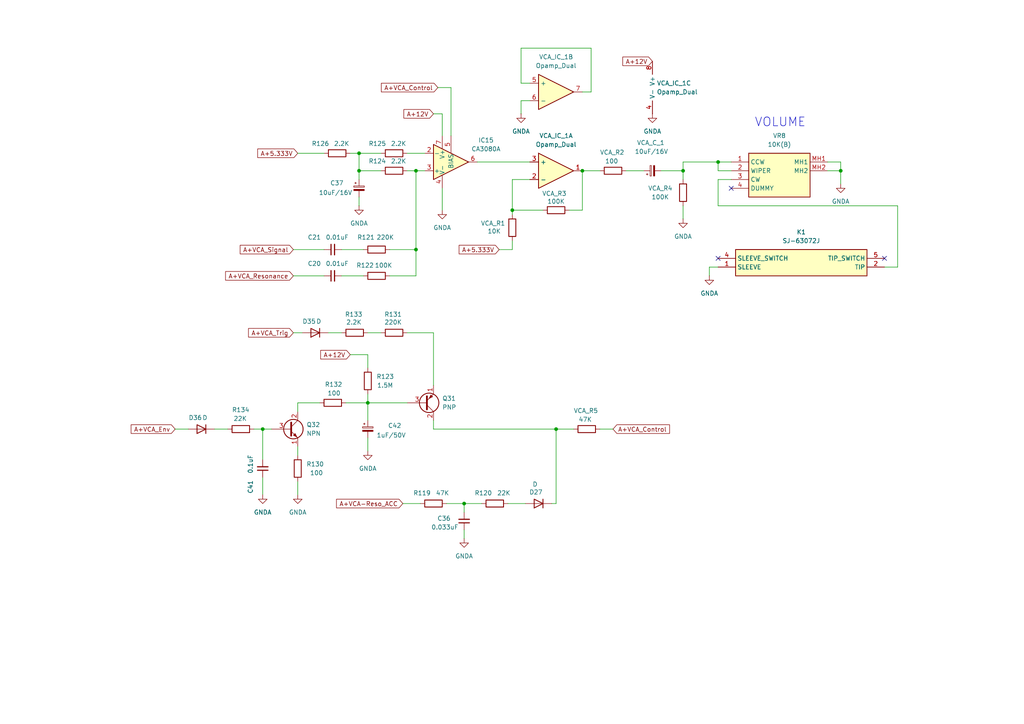
<source format=kicad_sch>
(kicad_sch (version 20231120) (generator "eeschema") (generator_version "8.0")
  (paper "A4")
  (lib_symbols
    (symbol "Amplifier_Operational:CA3080A" (pin_names (offset 0.127))
      (property "Reference" "U" (at 1.27 3.81 0))
      (property "Value" "CA3080A" (at 1.27 -3.81 0))
      (symbol "CA3080A_0_1"
        (polyline (pts (xy 5.08 0) (xy -5.08 -5.08) (xy -5.08 5.08) (xy 5.08 0)) (stroke (width 0.254)) (fill (type background)))
      )
      (symbol "CA3080A_1_1"
        (pin no_connect line (at -2.54 2.54 270) (length 2.54) hide (name "NC") (number "1"))
        (pin input line (at -7.62 2.54 0) (length 2.54) (name "-") (number "2"))
        (pin input line (at -7.62 -2.54 0) (length 2.54) (name "+") (number "3"))
        (pin power_in line (at -2.54 -7.62 90) (length 3.81) (name "V-") (number "4"))
        (pin passive line (at 0 7.62 270) (length 5.08) (name "BIAS") (number "5"))
        (pin output line (at 7.62 0 180) (length 2.54) (name "~") (number "6"))
        (pin power_in line (at -2.54 7.62 270) (length 3.81) (name "V+") (number "7"))
        (pin no_connect line (at 0 2.54 270) (length 2.54) hide (name "NC") (number "8"))
      )
    )
    (symbol "Device:C_Polarized_Small" (pin_numbers hide) (pin_names (offset 0.254) hide)
      (property "Reference" "C" (at 0.254 1.778 0))
      (property "Value" "C_Polarized_Small" (at 0.254 -2.032 0))
      (symbol "C_Polarized_Small_0_1"
        (rectangle (start -1.524 -0.3048) (end 1.524 -0.6858) (fill (type outline)))
        (rectangle (start -1.524 0.6858) (end 1.524 0.3048))
        (polyline (pts (xy -1.27 1.524) (xy -0.762 1.524)))
        (polyline (pts (xy -1.016 1.27) (xy -1.016 1.778)))
      )
      (symbol "C_Polarized_Small_1_1"
        (pin passive line (at 0 2.54 270) (length 1.8542) (name "~") (number "1"))
        (pin passive line (at 0 -2.54 90) (length 1.8542) (name "~") (number "2"))
      )
    )
    (symbol "Device:C_Small" (pin_numbers hide) (pin_names (offset 0.254) hide)
      (property "Reference" "C" (at 0.254 1.778 0))
      (property "Value" "C_Small" (at 0.254 -2.032 0))
      (symbol "C_Small_0_1"
        (polyline (pts (xy -1.524 -0.508) (xy 1.524 -0.508)) (stroke (width 0.3302)))
        (polyline (pts (xy -1.524 0.508) (xy 1.524 0.508)) (stroke (width 0.3048)))
      )
      (symbol "C_Small_1_1"
        (pin passive line (at 0 2.54 270) (length 2.032) (name "~") (number "1"))
        (pin passive line (at 0 -2.54 90) (length 2.032) (name "~") (number "2"))
      )
    )
    (symbol "Device:D" (pin_numbers hide) (pin_names (offset 1.016) hide)
      (property "Reference" "D" (at 0 2.54 0))
      (property "Value" "D" (at 0 -2.54 0))
      (symbol "D_0_1"
        (polyline (pts (xy -1.27 1.27) (xy -1.27 -1.27)) (stroke (width 0.254)))
        (polyline (pts (xy 1.27 0) (xy -1.27 0)))
        (polyline (pts (xy 1.27 1.27) (xy 1.27 -1.27) (xy -1.27 0) (xy 1.27 1.27)) (stroke (width 0.254)))
      )
      (symbol "D_1_1"
        (pin passive line (at -3.81 0 0) (length 2.54) (name "K") (number "1"))
        (pin passive line (at 3.81 0 180) (length 2.54) (name "A") (number "2"))
      )
    )
    (symbol "Device:Opamp_Dual"
      (property "Reference" "U" (at 0 5.08 0))
      (property "Value" "Opamp_Dual" (at 0 -5.08 0))
      (symbol "Opamp_Dual_1_1"
        (polyline (pts (xy -5.08 5.08) (xy 5.08 0) (xy -5.08 -5.08) (xy -5.08 5.08)) (stroke (width 0.254)) (fill (type background)))
        (pin output line (at 7.62 0 180) (length 2.54) (name "~") (number "1"))
        (pin input line (at -7.62 -2.54 0) (length 2.54) (name "-") (number "2"))
        (pin input line (at -7.62 2.54 0) (length 2.54) (name "+") (number "3"))
      )
      (symbol "Opamp_Dual_2_1"
        (polyline (pts (xy -5.08 5.08) (xy 5.08 0) (xy -5.08 -5.08) (xy -5.08 5.08)) (stroke (width 0.254)) (fill (type background)))
        (pin input line (at -7.62 2.54 0) (length 2.54) (name "+") (number "5"))
        (pin input line (at -7.62 -2.54 0) (length 2.54) (name "-") (number "6"))
        (pin output line (at 7.62 0 180) (length 2.54) (name "~") (number "7"))
      )
      (symbol "Opamp_Dual_3_1"
        (pin power_in line (at -2.54 -7.62 90) (length 3.81) (name "V-") (number "4"))
        (pin power_in line (at -2.54 7.62 270) (length 3.81) (name "V+") (number "8"))
      )
    )
    (symbol "Device:Q_NPN_ECB" (pin_names (offset 0) hide)
      (property "Reference" "Q" (at 5.08 1.27 0))
      (property "Value" "Q_NPN_ECB" (at 5.08 -1.27 0))
      (symbol "Q_NPN_ECB_0_1"
        (polyline (pts (xy 0.635 0.635) (xy 2.54 2.54)))
        (polyline (pts (xy 0.635 -0.635) (xy 2.54 -2.54) (xy 2.54 -2.54)))
        (polyline (pts (xy 0.635 1.905) (xy 0.635 -1.905) (xy 0.635 -1.905)) (stroke (width 0.508)))
        (polyline (pts (xy 1.27 -1.778) (xy 1.778 -1.27) (xy 2.286 -2.286) (xy 1.27 -1.778) (xy 1.27 -1.778)) (fill (type outline)))
        (circle (center 1.27 0) (radius 2.8194) (stroke (width 0.254)))
      )
      (symbol "Q_NPN_ECB_1_1"
        (pin passive line (at 2.54 -5.08 90) (length 2.54) (name "E") (number "1"))
        (pin passive line (at 2.54 5.08 270) (length 2.54) (name "C") (number "2"))
        (pin passive line (at -5.08 0 0) (length 5.715) (name "B") (number "3"))
      )
    )
    (symbol "Device:Q_PNP_ECB" (pin_names (offset 0) hide)
      (property "Reference" "Q" (at 5.08 1.27 0))
      (property "Value" "Q_PNP_ECB" (at 5.08 -1.27 0))
      (symbol "Q_PNP_ECB_0_1"
        (polyline (pts (xy 0.635 0.635) (xy 2.54 2.54)))
        (polyline (pts (xy 0.635 -0.635) (xy 2.54 -2.54) (xy 2.54 -2.54)))
        (polyline (pts (xy 0.635 1.905) (xy 0.635 -1.905) (xy 0.635 -1.905)) (stroke (width 0.508)))
        (polyline (pts (xy 2.286 -1.778) (xy 1.778 -2.286) (xy 1.27 -1.27) (xy 2.286 -1.778) (xy 2.286 -1.778)) (fill (type outline)))
        (circle (center 1.27 0) (radius 2.8194) (stroke (width 0.254)))
      )
      (symbol "Q_PNP_ECB_1_1"
        (pin passive line (at 2.54 -5.08 90) (length 2.54) (name "E") (number "1"))
        (pin passive line (at 2.54 5.08 270) (length 2.54) (name "C") (number "2"))
        (pin input line (at -5.08 0 0) (length 5.715) (name "B") (number "3"))
      )
    )
    (symbol "Device:R" (pin_numbers hide) (pin_names (offset 0))
      (property "Reference" "R" (at 2.032 0 90))
      (property "Value" "R" (at 0 0 90))
      (symbol "R_0_1"
        (rectangle (start -1.016 -2.54) (end 1.016 2.54) (stroke (width 0.254)))
      )
      (symbol "R_1_1"
        (pin passive line (at 0 3.81 270) (length 1.27) (name "~") (number "1"))
        (pin passive line (at 0 -3.81 90) (length 1.27) (name "~") (number "2"))
      )
    )
    (symbol "SamacSys_Parts:PTV111-3420A-A103"
      (property "Reference" "VR" (at 24.13 7.62 0))
      (property "Value" "PTV111-3420A-A103" (at 24.13 5.08 0))
      (symbol "PTV111-3420A-A103_1_1"
        (rectangle (start 5.08 2.54) (end 22.86 -10.16) (stroke (width 0.254)) (fill (type background)))
        (pin passive line (at 0 0 0) (length 5.08) (name "CCW") (number "1"))
        (pin passive line (at 0 -2.54 0) (length 5.08) (name "WIPER") (number "2"))
        (pin passive line (at 0 -5.08 0) (length 5.08) (name "CW") (number "3"))
        (pin passive line (at 0 -7.62 0) (length 5.08) (name "DUMMY") (number "4"))
        (pin passive line (at 27.94 0 180) (length 5.08) (name "MH1") (number "MH1"))
        (pin passive line (at 27.94 -2.54 180) (length 5.08) (name "MH2") (number "MH2"))
      )
    )
    (symbol "SamacSys_Parts:SJ-63072J"
      (property "Reference" "K" (at 44.45 7.62 0))
      (property "Value" "SJ-63072J" (at 44.45 5.08 0))
      (symbol "SJ-63072J_1_1"
        (rectangle (start 5.08 2.54) (end 43.18 -5.08) (stroke (width 0.254)) (fill (type background)))
        (pin passive line (at 0 -2.54 0) (length 5.08) (name "SLEEVE") (number "1"))
        (pin passive line (at 48.26 -2.54 180) (length 5.08) (name "TIP") (number "2"))
        (pin passive line (at 0 0 0) (length 5.08) (name "SLEEVE_SWITCH") (number "4"))
        (pin passive line (at 48.26 0 180) (length 5.08) (name "TIP_SWITCH") (number "5"))
      )
    )
    (symbol "power:GNDA" (power) (pin_numbers hide) (pin_names (offset 0) hide)
      (property "Value" "GNDA" (at 0 -3.81 0))
      (symbol "GNDA_0_1"
        (polyline (pts (xy 0 0) (xy 0 -1.27) (xy 1.27 -1.27) (xy 0 -2.54) (xy -1.27 -1.27) (xy 0 -1.27)))
      )
      (symbol "GNDA_1_1"
        (pin power_in line (at 0 0 270) (length 0) (name "~") (number "1"))
      )
    )
  )
  (junction (at 104.14 49.53))
  (junction (at 198.12 49.53))
  (junction (at 161.29 124.46))
  (junction (at 120.65 72.39))
  (junction (at 106.68 116.84))
  (junction (at 104.14 44.45))
  (junction (at 168.91 49.53))
  (junction (at 243.84 49.53))
  (junction (at 148.59 60.96))
  (junction (at 208.28 46.99))
  (junction (at 76.2 124.46))
  (junction (at 120.65 49.53))
  (junction (at 134.62 146.05))
  (no_connect (at 208.28 74.93))
  (no_connect (at 256.54 74.93))
  (no_connect (at 212.09 54.61))
  (wire (pts (xy 99.06 80.01) (xy 105.41 80.01)))
  (wire (pts (xy 106.68 96.52) (xy 110.49 96.52)))
  (wire (pts (xy 168.91 49.53) (xy 168.91 60.96)))
  (wire (pts (xy 106.68 102.87) (xy 106.68 106.68)))
  (wire (pts (xy 106.68 116.84) (xy 106.68 114.3)))
  (wire (pts (xy 118.11 116.84) (xy 106.68 116.84)))
  (wire (pts (xy 86.36 139.7) (xy 86.36 143.51)))
  (wire (pts (xy 161.29 124.46) (xy 161.29 146.05)))
  (wire (pts (xy 208.28 49.53) (xy 208.28 46.99)))
  (wire (pts (xy 144.78 72.39) (xy 148.59 72.39)))
  (wire (pts (xy 151.13 24.13) (xy 151.13 13.97)))
  (wire (pts (xy 104.14 44.45) (xy 110.49 44.45)))
  (wire (pts (xy 128.27 54.61) (xy 128.27 60.96)))
  (wire (pts (xy 76.2 124.46) (xy 78.74 124.46)))
  (wire (pts (xy 120.65 80.01) (xy 120.65 72.39)))
  (wire (pts (xy 86.36 129.54) (xy 86.36 132.08)))
  (wire (pts (xy 134.62 146.05) (xy 134.62 148.59)))
  (wire (pts (xy 153.67 29.21) (xy 151.13 29.21)))
  (wire (pts (xy 198.12 46.99) (xy 198.12 49.53)))
  (wire (pts (xy 85.09 80.01) (xy 93.98 80.01)))
  (wire (pts (xy 191.77 49.53) (xy 198.12 49.53)))
  (wire (pts (xy 101.6 102.87) (xy 106.68 102.87)))
  (wire (pts (xy 120.65 49.53) (xy 123.19 49.53)))
  (wire (pts (xy 208.28 77.47) (xy 205.74 77.47)))
  (wire (pts (xy 168.91 60.96) (xy 165.1 60.96)))
  (wire (pts (xy 151.13 13.97) (xy 171.45 13.97)))
  (wire (pts (xy 104.14 57.15) (xy 104.14 59.69)))
  (wire (pts (xy 128.27 33.02) (xy 128.27 39.37)))
  (wire (pts (xy 240.03 49.53) (xy 243.84 49.53)))
  (wire (pts (xy 198.12 49.53) (xy 198.12 52.07)))
  (wire (pts (xy 256.54 77.47) (xy 260.35 77.47)))
  (wire (pts (xy 260.35 77.47) (xy 260.35 59.69)))
  (wire (pts (xy 101.6 44.45) (xy 104.14 44.45)))
  (wire (pts (xy 173.99 124.46) (xy 177.8 124.46)))
  (wire (pts (xy 134.62 146.05) (xy 139.7 146.05)))
  (wire (pts (xy 212.09 46.99) (xy 208.28 46.99)))
  (wire (pts (xy 106.68 127) (xy 106.68 130.81)))
  (wire (pts (xy 125.73 121.92) (xy 125.73 124.46)))
  (wire (pts (xy 95.25 96.52) (xy 99.06 96.52)))
  (wire (pts (xy 208.28 46.99) (xy 198.12 46.99)))
  (wire (pts (xy 243.84 49.53) (xy 243.84 53.34)))
  (wire (pts (xy 125.73 124.46) (xy 161.29 124.46)))
  (wire (pts (xy 100.33 116.84) (xy 106.68 116.84)))
  (wire (pts (xy 157.48 60.96) (xy 148.59 60.96)))
  (wire (pts (xy 171.45 13.97) (xy 171.45 26.67)))
  (wire (pts (xy 92.71 116.84) (xy 86.36 116.84)))
  (wire (pts (xy 50.8 124.46) (xy 54.61 124.46)))
  (wire (pts (xy 240.03 46.99) (xy 243.84 46.99)))
  (wire (pts (xy 129.54 146.05) (xy 134.62 146.05)))
  (wire (pts (xy 125.73 33.02) (xy 128.27 33.02)))
  (wire (pts (xy 171.45 26.67) (xy 168.91 26.67)))
  (wire (pts (xy 208.28 52.07) (xy 212.09 52.07)))
  (wire (pts (xy 212.09 49.53) (xy 208.28 49.53)))
  (wire (pts (xy 76.2 138.43) (xy 76.2 143.51)))
  (wire (pts (xy 148.59 52.07) (xy 153.67 52.07)))
  (wire (pts (xy 116.84 146.05) (xy 121.92 146.05)))
  (wire (pts (xy 85.09 72.39) (xy 93.98 72.39)))
  (wire (pts (xy 205.74 77.47) (xy 205.74 80.01)))
  (wire (pts (xy 85.09 96.52) (xy 87.63 96.52)))
  (wire (pts (xy 243.84 46.99) (xy 243.84 49.53)))
  (wire (pts (xy 118.11 49.53) (xy 120.65 49.53)))
  (wire (pts (xy 118.11 96.52) (xy 125.73 96.52)))
  (wire (pts (xy 104.14 49.53) (xy 104.14 44.45)))
  (wire (pts (xy 134.62 153.67) (xy 134.62 156.21)))
  (wire (pts (xy 113.03 80.01) (xy 120.65 80.01)))
  (wire (pts (xy 147.32 146.05) (xy 152.4 146.05)))
  (wire (pts (xy 104.14 49.53) (xy 104.14 52.07)))
  (wire (pts (xy 110.49 49.53) (xy 104.14 49.53)))
  (wire (pts (xy 260.35 59.69) (xy 208.28 59.69)))
  (wire (pts (xy 153.67 24.13) (xy 151.13 24.13)))
  (wire (pts (xy 138.43 46.99) (xy 153.67 46.99)))
  (wire (pts (xy 181.61 49.53) (xy 186.69 49.53)))
  (wire (pts (xy 113.03 72.39) (xy 120.65 72.39)))
  (wire (pts (xy 73.66 124.46) (xy 76.2 124.46)))
  (wire (pts (xy 160.02 146.05) (xy 161.29 146.05)))
  (wire (pts (xy 76.2 133.35) (xy 76.2 124.46)))
  (wire (pts (xy 106.68 116.84) (xy 106.68 121.92)))
  (wire (pts (xy 148.59 60.96) (xy 148.59 52.07)))
  (wire (pts (xy 168.91 49.53) (xy 173.99 49.53)))
  (wire (pts (xy 86.36 116.84) (xy 86.36 119.38)))
  (wire (pts (xy 130.81 25.4) (xy 130.81 39.37)))
  (wire (pts (xy 120.65 72.39) (xy 120.65 49.53)))
  (wire (pts (xy 127 25.4) (xy 130.81 25.4)))
  (wire (pts (xy 208.28 59.69) (xy 208.28 52.07)))
  (wire (pts (xy 198.12 59.69) (xy 198.12 63.5)))
  (wire (pts (xy 99.06 72.39) (xy 105.41 72.39)))
  (wire (pts (xy 148.59 60.96) (xy 148.59 62.23)))
  (wire (pts (xy 151.13 29.21) (xy 151.13 33.02)))
  (wire (pts (xy 125.73 96.52) (xy 125.73 111.76)))
  (wire (pts (xy 118.11 44.45) (xy 123.19 44.45)))
  (wire (pts (xy 161.29 124.46) (xy 166.37 124.46)))
  (wire (pts (xy 148.59 72.39) (xy 148.59 69.85)))
  (wire (pts (xy 62.23 124.46) (xy 66.04 124.46)))
  (wire (pts (xy 86.36 44.45) (xy 93.98 44.45)))
  (text "VOLUME" (at 226.314 35.56 0) (effects (font (size 2.54 2.54))))
  (global_label "A+VCA_Control" (shape input) (at 127 25.4 180) (property "Intersheetrefs" "${INTERSHEET_REFS}" (effects (hide yes))))
  (global_label "A+5.333V" (shape input) (at 86.36 44.45 180) (property "Intersheetrefs" "${INTERSHEET_REFS}" (effects (hide yes))))
  (global_label "A+VCA_Signal" (shape input) (at 85.09 72.39 180) (property "Intersheetrefs" "${INTERSHEET_REFS}" (effects (hide yes))))
  (global_label "A+VCA-Reso_ACC" (shape input) (at 116.84 146.05 180) (property "Intersheetrefs" "${INTERSHEET_REFS}" (effects (hide yes))))
  (global_label "A+VCA_Env" (shape input) (at 50.8 124.46 180) (property "Intersheetrefs" "${INTERSHEET_REFS}" (effects (hide yes))))
  (global_label "A+VCA_Resonance" (shape input) (at 85.09 80.01 180) (property "Intersheetrefs" "${INTERSHEET_REFS}" (effects (hide yes))))
  (global_label "A+12V" (shape input) (at 101.6 102.87 180) (property "Intersheetrefs" "${INTERSHEET_REFS}" (effects (hide yes))))
  (global_label "A+12V" (shape input) (at 189.23 17.78 180) (property "Intersheetrefs" "${INTERSHEET_REFS}" (effects (hide yes))))
  (global_label "A+12V" (shape input) (at 125.73 33.02 180) (property "Intersheetrefs" "${INTERSHEET_REFS}" (effects (hide yes))))
  (global_label "A+VCA_Control" (shape input) (at 177.8 124.46 0) (property "Intersheetrefs" "${INTERSHEET_REFS}" (effects (hide yes))))
  (global_label "A+5.333V" (shape input) (at 144.78 72.39 180) (property "Intersheetrefs" "${INTERSHEET_REFS}" (effects (hide yes))))
  (global_label "A+VCA_Trig" (shape input) (at 85.09 96.52 180) (property "Intersheetrefs" "${INTERSHEET_REFS}" (effects (hide yes))))
  (symbol (lib_id "power:GNDA") (at 106.68 130.81 0) (unit 1)
    (property "Reference" "#PWR045" (effects (hide yes)))
    (property "Value" "GNDA" (at 106.68 135.89 0))
    (property "Description" "Power symbol creates a global label with name \"GNDA\" , analog ground" (effects (hide yes)))
  )
  (symbol (lib_id "Device:R") (at 109.22 72.39 270) (unit 1)
    (property "Reference" "R121" (at 108.712 68.834 90) (effects (justify right)))
    (property "Value" "220K" (at 114.3 68.834 90) (effects (justify right)))
    (property "Footprint" "Resistor_THT:R_Axial_DIN0207_L6.3mm_D2.5mm_P2.54mm_Vertical" (effects (hide yes)))
    (property "Description" "Resistor" (effects (hide yes)))
  )
  (symbol (lib_id "power:GNDA") (at 76.2 143.51 0) (unit 1)
    (property "Reference" "#PWR047" (effects (hide yes)))
    (property "Value" "GNDA" (at 76.2 148.59 0))
    (property "Description" "Power symbol creates a global label with name \"GNDA\" , analog ground" (effects (hide yes)))
  )
  (symbol (lib_id "Amplifier_Operational:CA3080A") (at 130.81 46.99 0) (unit 1)
    (property "Reference" "IC15" (at 140.97 40.6714 0))
    (property "Value" "CA3080A" (at 140.97 43.2114 0))
    (property "Footprint" "Package_DIP:DIP-8_W7.62mm" (effects (hide yes)))
    (property "Datasheet" "http://www.intersil.com/content/dam/Intersil/documents/ca30/ca3080-a.pdf" (effects (hide yes)))
    (property "Description" "2MHz, Operational Transconductance Amplifier (OTA), gM spread 1.6:1, DIP-8/SOIC-8" (effects (hide yes)))
  )
  (symbol (lib_id "Device:C_Polarized_Small") (at 106.68 124.46 0) (unit 1)
    (property "Reference" "C42" (at 112.522 123.444 0) (effects (justify left)))
    (property "Value" "1uF/50V" (at 109.22 126.238 0) (effects (justify left)))
    (property "Footprint" "Capacitor_THT:CP_Radial_D5.0mm_P2.00mm" (effects (hide yes)))
    (property "Description" "Polarized capacitor, small symbol" (effects (hide yes)))
  )
  (symbol (lib_id "Device:R") (at 109.22 80.01 270) (unit 1)
    (property "Reference" "R122" (at 108.458 76.962 90) (effects (justify right)))
    (property "Value" "100K" (at 113.792 76.962 90) (effects (justify right)))
    (property "Footprint" "Resistor_THT:R_Axial_DIN0207_L6.3mm_D2.5mm_P2.54mm_Vertical" (effects (hide yes)))
    (property "Description" "Resistor" (effects (hide yes)))
  )
  (symbol (lib_id "Device:R") (at 114.3 96.52 270) (unit 1)
    (property "Reference" "R131" (at 116.586 91.186 90) (effects (justify right)))
    (property "Value" "220K" (at 116.586 93.472 90) (effects (justify right)))
    (property "Footprint" "Resistor_THT:R_Axial_DIN0207_L6.3mm_D2.5mm_P2.54mm_Vertical" (effects (hide yes)))
    (property "Description" "Resistor" (effects (hide yes)))
  )
  (symbol (lib_id "SamacSys_Parts:PTV111-3420A-A103") (at 212.09 46.99 0) (unit 1)
    (property "Reference" "VR8" (at 226.06 39.37 0))
    (property "Value" "10K(B)" (at 226.06 41.91 0))
    (property "Footprint" "SamacSys_Parts:PTV1113420AA103" (effects (hide yes)))
    (property "Datasheet" "https://www.bourns.com/docs/Product-Datasheets/PTVPTT.pdf" (effects (hide yes)))
    (property "Description" "Potentiometers PANEL CONTROL" (effects (hide yes)))
    (property "Height" "27.5" (effects (hide yes)))
    (property "Manufacturer_Name" "Bourns" (effects (hide yes)))
    (property "Manufacturer_Part_Number" "PTV111-3420A-A103" (effects (hide yes)))
    (property "Mouser Part Number" "652-PTV1113420AA103" (effects (hide yes)))
    (property "Mouser Price/Stock" "https://www.mouser.co.uk/ProductDetail/Bourns/PTV111-3420A-A103?qs=Zq5ylnUbLm6%252B83XsyS3Q%252Bw%3D%3D" (effects (hide yes)))
    (property "Arrow Part Number" "PTV111-3420A-A103" (effects (hide yes)))
    (property "Arrow Price/Stock" "https://www.arrow.com/en/products/ptv111-3420a-a103/bourns?region=nac" (effects (hide yes)))
  )
  (symbol (lib_id "Device:R") (at 96.52 116.84 270) (unit 1)
    (property "Reference" "R132" (at 99.314 111.506 90) (effects (justify right)))
    (property "Value" "100" (at 98.806 114.046 90) (effects (justify right)))
    (property "Footprint" "Resistor_THT:R_Axial_DIN0207_L6.3mm_D2.5mm_P2.54mm_Vertical" (effects (hide yes)))
    (property "Description" "Resistor" (effects (hide yes)))
  )
  (symbol (lib_id "power:GNDA") (at 104.14 59.69 0) (unit 1)
    (property "Reference" "#PWR040" (effects (hide yes)))
    (property "Value" "GNDA" (at 104.14 64.77 0))
    (property "Description" "Power symbol creates a global label with name \"GNDA\" , analog ground" (effects (hide yes)))
  )
  (symbol (lib_id "power:GNDA") (at 189.23 33.02 0) (unit 1)
    (property "Reference" "#PWR020" (effects (hide yes)))
    (property "Value" "GNDA" (at 189.23 38.1 0))
    (property "Description" "Power symbol creates a global label with name \"GNDA\" , analog ground" (effects (hide yes)))
  )
  (symbol (lib_id "Device:R") (at 69.85 124.46 270) (unit 1)
    (property "Reference" "R134" (at 72.39 118.872 90) (effects (justify right)))
    (property "Value" "22K" (at 71.628 121.412 90) (effects (justify right)))
    (property "Footprint" "Resistor_THT:R_Axial_DIN0207_L6.3mm_D2.5mm_P2.54mm_Vertical" (effects (hide yes)))
    (property "Description" "Resistor" (effects (hide yes)))
  )
  (symbol (lib_id "Device:Q_PNP_ECB") (at 123.19 116.84 0) (mirror x) (unit 1)
    (property "Reference" "Q31" (at 128.27 115.5699 0) (effects (justify left)))
    (property "Value" "PNP" (at 128.27 118.1099 0) (effects (justify left)))
    (property "Footprint" "Package_TO_SOT_THT:TO-92_Inline" (effects (hide yes)))
    (property "Description" "PNP transistor, emitter/collector/base" (effects (hide yes)))
  )
  (symbol (lib_id "Device:R") (at 86.36 135.89 0) (unit 1)
    (property "Reference" "R130" (at 93.98 134.62 0) (effects (justify right)))
    (property "Value" "100" (at 93.726 137.16 0) (effects (justify right)))
    (property "Footprint" "Resistor_THT:R_Axial_DIN0207_L6.3mm_D2.5mm_P2.54mm_Vertical" (effects (hide yes)))
    (property "Description" "Resistor" (effects (hide yes)))
  )
  (symbol (lib_id "Device:C_Polarized_Small") (at 104.14 54.61 0) (unit 1)
    (property "Reference" "C37" (at 95.758 53.086 0) (effects (justify left)))
    (property "Value" "10uF/16V" (at 92.456 55.88 0) (effects (justify left)))
    (property "Footprint" "Capacitor_THT:CP_Radial_D4.0mm_P2.00mm" (effects (hide yes)))
    (property "Description" "Polarized capacitor, small symbol" (effects (hide yes)))
  )
  (symbol (lib_id "Device:R") (at 114.3 44.45 270) (unit 1)
    (property "Reference" "R125" (at 112.014 41.656 90) (effects (justify right)))
    (property "Value" "2.2K" (at 117.856 41.656 90) (effects (justify right)))
    (property "Footprint" "Resistor_THT:R_Axial_DIN0207_L6.3mm_D2.5mm_P2.54mm_Vertical" (effects (hide yes)))
    (property "Description" "Resistor" (effects (hide yes)))
  )
  (symbol (lib_id "Device:D") (at 156.21 146.05 180) (unit 1)
    (property "Reference" "D27" (at 155.448 142.748 0))
    (property "Value" "D" (at 155.194 140.462 0))
    (property "Footprint" "Diode_THT:D_A-405_P2.54mm_Vertical_AnodeUp" (effects (hide yes)))
    (property "Description" "Diode" (effects (hide yes)))
    (property "Sim.Device" "D" (effects (hide yes)))
    (property "Sim.Pins" "1=K 2=A" (effects (hide yes)))
  )
  (symbol (lib_id "Device:R") (at 102.87 96.52 270) (unit 1)
    (property "Reference" "R133" (at 105.156 91.186 90) (effects (justify right)))
    (property "Value" "2.2K" (at 104.902 93.472 90) (effects (justify right)))
    (property "Footprint" "Resistor_THT:R_Axial_DIN0207_L6.3mm_D2.5mm_P2.54mm_Vertical" (effects (hide yes)))
    (property "Description" "Resistor" (effects (hide yes)))
  )
  (symbol (lib_id "Device:Opamp_Dual") (at 161.29 26.67 0) (unit 2)
    (property "Reference" "VCA_IC_1" (at 161.29 16.51 0))
    (property "Value" "Opamp_Dual" (at 161.29 19.05 0))
    (property "Footprint" "Package_DIP:DIP-8_W7.62mm" (effects (hide yes)))
    (property "Description" "Dual operational amplifier" (effects (hide yes)))
    (property "Sim.Library" "${KICAD7_SYMBOL_DIR}/Simulation_SPICE.sp" (effects (hide yes)))
    (property "Sim.Name" "kicad_builtin_opamp_dual" (effects (hide yes)))
    (property "Sim.Device" "SUBCKT" (effects (hide yes)))
    (property "Sim.Pins" "1=out1 2=in1- 3=in1+ 4=vee 5=in2+ 6=in2- 7=out2 8=vcc" (effects (hide yes)))
  )
  (symbol (lib_id "Device:R") (at 148.59 66.04 0) (unit 1)
    (property "Reference" "VCA_R1" (at 146.558 64.77 0) (effects (justify right)))
    (property "Value" "10K" (at 145.288 67.056 0) (effects (justify right)))
    (property "Footprint" "Resistor_THT:R_Axial_DIN0207_L6.3mm_D2.5mm_P2.54mm_Vertical" (effects (hide yes)))
    (property "Description" "Resistor" (effects (hide yes)))
  )
  (symbol (lib_id "Device:C_Small") (at 134.62 151.13 180) (unit 1)
    (property "Reference" "C36" (at 128.778 150.368 0))
    (property "Value" "0.033uF" (at 129.032 152.908 0))
    (property "Footprint" "Capacitor_THT:C_Rect_L7.2mm_W2.5mm_P5.00mm_FKS2_FKP2_MKS2_MKP2" (effects (hide yes)))
    (property "Description" "Unpolarized capacitor, small symbol" (effects (hide yes)))
  )
  (symbol (lib_id "power:GNDA") (at 128.27 60.96 0) (unit 1)
    (property "Reference" "#PWR041" (effects (hide yes)))
    (property "Value" "GNDA" (at 128.27 66.04 0))
    (property "Description" "Power symbol creates a global label with name \"GNDA\" , analog ground" (effects (hide yes)))
  )
  (symbol (lib_id "Device:Opamp_Dual") (at 161.29 49.53 0) (unit 1)
    (property "Reference" "VCA_IC_1" (at 161.29 39.37 0))
    (property "Value" "Opamp_Dual" (at 161.29 41.91 0))
    (property "Footprint" "Package_DIP:DIP-8_W7.62mm" (effects (hide yes)))
    (property "Description" "Dual operational amplifier" (effects (hide yes)))
    (property "Sim.Library" "${KICAD7_SYMBOL_DIR}/Simulation_SPICE.sp" (effects (hide yes)))
    (property "Sim.Name" "kicad_builtin_opamp_dual" (effects (hide yes)))
    (property "Sim.Device" "SUBCKT" (effects (hide yes)))
    (property "Sim.Pins" "1=out1 2=in1- 3=in1+ 4=vee 5=in2+ 6=in2- 7=out2 8=vcc" (effects (hide yes)))
  )
  (symbol (lib_id "power:GNDA") (at 151.13 33.02 0) (unit 1)
    (property "Reference" "#PWR043" (effects (hide yes)))
    (property "Value" "GNDA" (at 151.13 38.1 0))
    (property "Description" "Power symbol creates a global label with name \"GNDA\" , analog ground" (effects (hide yes)))
  )
  (symbol (lib_id "Device:R") (at 125.73 146.05 270) (unit 1)
    (property "Reference" "R119" (at 124.968 143.002 90) (effects (justify right)))
    (property "Value" "47K" (at 130.302 143.002 90) (effects (justify right)))
    (property "Footprint" "Resistor_THT:R_Axial_DIN0207_L6.3mm_D2.5mm_P2.54mm_Vertical" (effects (hide yes)))
    (property "Description" "Resistor" (effects (hide yes)))
  )
  (symbol (lib_id "Device:C_Small") (at 76.2 135.89 180) (unit 1)
    (property "Reference" "C41" (at 72.644 141.2303 90))
    (property "Value" "0.1uF" (at 72.644 134.62 90))
    (property "Footprint" "Capacitor_THT:C_Rect_L7.2mm_W2.5mm_P5.00mm_FKS2_FKP2_MKS2_MKP2" (effects (hide yes)))
    (property "Description" "Unpolarized capacitor, small symbol" (effects (hide yes)))
  )
  (symbol (lib_id "Device:C_Polarized_Small") (at 189.23 49.53 90) (unit 1)
    (property "Reference" "VCA_C_1" (at 192.786 41.402 90) (effects (justify left)))
    (property "Value" "10uF/16V" (at 193.802 43.942 90) (effects (justify left)))
    (property "Footprint" "Capacitor_THT:CP_Radial_D4.0mm_P2.00mm" (effects (hide yes)))
    (property "Description" "Polarized capacitor, small symbol" (effects (hide yes)))
  )
  (symbol (lib_id "power:GNDA") (at 134.62 156.21 0) (unit 1)
    (property "Reference" "#PWR048" (effects (hide yes)))
    (property "Value" "GNDA" (at 134.62 161.29 0))
    (property "Description" "Power symbol creates a global label with name \"GNDA\" , analog ground" (effects (hide yes)))
  )
  (symbol (lib_id "Device:R") (at 97.79 44.45 270) (unit 1)
    (property "Reference" "R126" (at 95.504 41.656 90) (effects (justify right)))
    (property "Value" "2.2K" (at 101.346 41.656 90) (effects (justify right)))
    (property "Footprint" "Resistor_THT:R_Axial_DIN0207_L6.3mm_D2.5mm_P2.54mm_Vertical" (effects (hide yes)))
    (property "Description" "Resistor" (effects (hide yes)))
  )
  (symbol (lib_id "Device:R") (at 106.68 110.49 0) (unit 1)
    (property "Reference" "R123" (at 114.3 109.22 0) (effects (justify right)))
    (property "Value" "1.5M" (at 114.046 111.76 0) (effects (justify right)))
    (property "Footprint" "Resistor_THT:R_Axial_DIN0207_L6.3mm_D2.5mm_P2.54mm_Vertical" (effects (hide yes)))
    (property "Description" "Resistor" (effects (hide yes)))
  )
  (symbol (lib_id "Device:R") (at 143.51 146.05 270) (unit 1)
    (property "Reference" "R120" (at 142.748 143.002 90) (effects (justify right)))
    (property "Value" "22K" (at 148.082 143.002 90) (effects (justify right)))
    (property "Footprint" "Resistor_THT:R_Axial_DIN0207_L6.3mm_D2.5mm_P2.54mm_Vertical" (effects (hide yes)))
    (property "Description" "Resistor" (effects (hide yes)))
  )
  (symbol (lib_id "Device:R") (at 170.18 124.46 270) (unit 1)
    (property "Reference" "VCA_R5" (at 173.482 119.126 90) (effects (justify right)))
    (property "Value" "47K" (at 171.704 121.666 90) (effects (justify right)))
    (property "Footprint" "Resistor_THT:R_Axial_DIN0207_L6.3mm_D2.5mm_P2.54mm_Vertical" (effects (hide yes)))
    (property "Description" "Resistor" (effects (hide yes)))
  )
  (symbol (lib_id "Device:C_Small") (at 96.52 72.39 90) (unit 1)
    (property "Reference" "C21" (at 91.1797 68.834 90))
    (property "Value" "0.01uF" (at 97.79 68.834 90))
    (property "Footprint" "Capacitor_THT:C_Rect_L7.2mm_W2.5mm_P5.00mm_FKS2_FKP2_MKS2_MKP2" (effects (hide yes)))
    (property "Description" "Unpolarized capacitor, small symbol" (effects (hide yes)))
  )
  (symbol (lib_id "power:GNDA") (at 243.84 53.34 0) (unit 1)
    (property "Reference" "#PWR050" (effects (hide yes)))
    (property "Value" "GNDA" (at 243.84 58.42 0))
    (property "Description" "Power symbol creates a global label with name \"GNDA\" , analog ground" (effects (hide yes)))
  )
  (symbol (lib_id "power:GNDA") (at 86.36 143.51 0) (unit 1)
    (property "Reference" "#PWR046" (effects (hide yes)))
    (property "Value" "GNDA" (at 86.36 148.59 0))
    (property "Description" "Power symbol creates a global label with name \"GNDA\" , analog ground" (effects (hide yes)))
  )
  (symbol (lib_id "Device:C_Small") (at 96.52 80.01 90) (unit 1)
    (property "Reference" "C20" (at 91.1797 76.454 90))
    (property "Value" "0.01uF" (at 97.79 76.454 90))
    (property "Footprint" "Capacitor_THT:C_Rect_L7.2mm_W2.5mm_P5.00mm_FKS2_FKP2_MKS2_MKP2" (effects (hide yes)))
    (property "Description" "Unpolarized capacitor, small symbol" (effects (hide yes)))
  )
  (symbol (lib_id "Device:R") (at 177.8 49.53 270) (unit 1)
    (property "Reference" "VCA_R2" (at 181.102 44.196 90) (effects (justify right)))
    (property "Value" "100" (at 179.324 46.736 90) (effects (justify right)))
    (property "Footprint" "Resistor_THT:R_Axial_DIN0207_L6.3mm_D2.5mm_P2.54mm_Vertical" (effects (hide yes)))
    (property "Description" "Resistor" (effects (hide yes)))
  )
  (symbol (lib_id "Device:D") (at 91.44 96.52 180) (unit 1)
    (property "Reference" "D35" (at 89.662 93.218 0))
    (property "Value" "D" (at 92.456 93.218 0))
    (property "Footprint" "Diode_THT:D_A-405_P2.54mm_Vertical_AnodeUp" (effects (hide yes)))
    (property "Description" "Diode" (effects (hide yes)))
    (property "Sim.Device" "D" (effects (hide yes)))
    (property "Sim.Pins" "1=K 2=A" (effects (hide yes)))
  )
  (symbol (lib_id "power:GNDA") (at 205.74 80.01 0) (unit 1)
    (property "Reference" "#PWR051" (effects (hide yes)))
    (property "Value" "GNDA" (at 205.74 85.09 0))
    (property "Description" "Power symbol creates a global label with name \"GNDA\" , analog ground" (effects (hide yes)))
  )
  (symbol (lib_id "Device:R") (at 114.3 49.53 270) (unit 1)
    (property "Reference" "R124" (at 112.014 46.736 90) (effects (justify right)))
    (property "Value" "2.2K" (at 117.856 46.736 90) (effects (justify right)))
    (property "Footprint" "Resistor_THT:R_Axial_DIN0207_L6.3mm_D2.5mm_P2.54mm_Vertical" (effects (hide yes)))
    (property "Description" "Resistor" (effects (hide yes)))
  )
  (symbol (lib_id "Device:Opamp_Dual") (at 191.77 25.4 0) (unit 3)
    (property "Reference" "VCA_IC_1" (at 190.5 24.1299 0) (effects (justify left)))
    (property "Value" "Opamp_Dual" (at 190.5 26.6699 0) (effects (justify left)))
    (property "Description" "Dual operational amplifier" (effects (hide yes)))
    (property "Sim.Library" "${KICAD7_SYMBOL_DIR}/Simulation_SPICE.sp" (effects (hide yes)))
    (property "Sim.Name" "kicad_builtin_opamp_dual" (effects (hide yes)))
    (property "Sim.Device" "SUBCKT" (effects (hide yes)))
    (property "Sim.Pins" "1=out1 2=in1- 3=in1+ 4=vee 5=in2+ 6=in2- 7=out2 8=vcc" (effects (hide yes)))
  )
  (symbol (lib_id "SamacSys_Parts:SJ-63072J") (at 208.28 74.93 0) (unit 1)
    (property "Reference" "K1" (at 232.41 67.31 0))
    (property "Value" "SJ-63072J" (at 232.41 69.85 0))
    (property "Footprint" "SamacSys_Parts:SJ63072J" (effects (hide yes)))
    (property "Datasheet" "https://www.arrow.com/en/products/sj-63072j/cui-devices?region=nac" (effects (hide yes)))
    (property "Description" "Phone Connectors 6.35 mm, Mono and Stereo, Right Angle, Through Hole, 2 3 Conductors, 2 3 Internal Switches, Audio Jack Connector" (effects (hide yes)))
    (property "Height" "15.7" (effects (hide yes)))
    (property "Manufacturer_Name" "CUI Devices" (effects (hide yes)))
    (property "Manufacturer_Part_Number" "SJ-63072J" (effects (hide yes)))
    (property "Mouser Part Number" "490-SJ-63072J" (effects (hide yes)))
    (property "Mouser Price/Stock" "https://www.mouser.co.uk/ProductDetail/CUI-Devices/SJ-63072J?qs=hWgE7mdIu5S5NfHGL0aM5w%3D%3D" (effects (hide yes)))
    (property "Arrow Part Number" "SJ-63072J" (effects (hide yes)))
    (property "Arrow Price/Stock" "https://www.arrow.com/en/products/sj-63072j/cui-devices?region=nac" (effects (hide yes)))
  )
  (symbol (lib_id "Device:D") (at 58.42 124.46 180) (unit 1)
    (property "Reference" "D36" (at 56.642 121.158 0))
    (property "Value" "D" (at 59.436 121.158 0))
    (property "Footprint" "Diode_THT:D_A-405_P2.54mm_Vertical_AnodeUp" (effects (hide yes)))
    (property "Description" "Diode" (effects (hide yes)))
    (property "Sim.Device" "D" (effects (hide yes)))
    (property "Sim.Pins" "1=K 2=A" (effects (hide yes)))
  )
  (symbol (lib_id "Device:R") (at 198.12 55.88 0) (unit 1)
    (property "Reference" "VCA_R4" (at 195.072 54.61 0) (effects (justify right)))
    (property "Value" "100K" (at 194.056 57.15 0) (effects (justify right)))
    (property "Footprint" "Resistor_THT:R_Axial_DIN0207_L6.3mm_D2.5mm_P2.54mm_Vertical" (effects (hide yes)))
    (property "Description" "Resistor" (effects (hide yes)))
  )
  (symbol (lib_id "Device:R") (at 161.29 60.96 270) (unit 1)
    (property "Reference" "VCA_R3" (at 164.338 56.134 90) (effects (justify right)))
    (property "Value" "100K" (at 163.83 58.42 90) (effects (justify right)))
    (property "Footprint" "Resistor_THT:R_Axial_DIN0207_L6.3mm_D2.5mm_P2.54mm_Vertical" (effects (hide yes)))
    (property "Description" "Resistor" (effects (hide yes)))
  )
  (symbol (lib_id "power:GNDA") (at 198.12 63.5 0) (unit 1)
    (property "Reference" "#PWR044" (effects (hide yes)))
    (property "Value" "GNDA" (at 198.12 68.58 0))
    (property "Description" "Power symbol creates a global label with name \"GNDA\" , analog ground" (effects (hide yes)))
  )
  (symbol (lib_id "Device:Q_NPN_ECB") (at 83.82 124.46 0) (unit 1)
    (property "Reference" "Q32" (at 88.9 123.1899 0) (effects (justify left)))
    (property "Value" "NPN" (at 88.9 125.7299 0) (effects (justify left)))
    (property "Footprint" "Package_TO_SOT_THT:TO-92_Inline" (effects (hide yes)))
    (property "Description" "NPN transistor, emitter/collector/base" (effects (hide yes)))
  )
)
</source>
